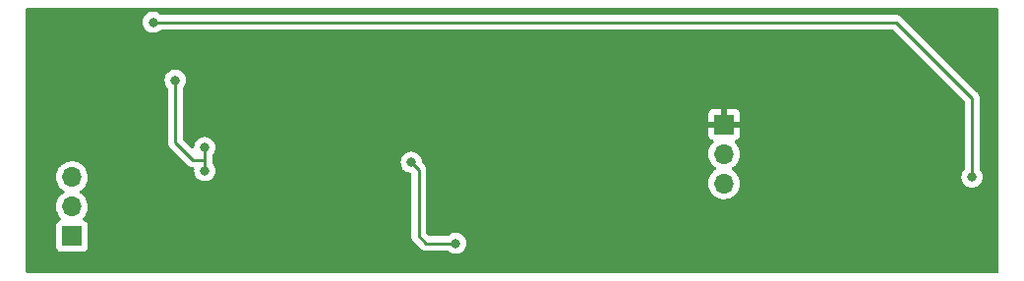
<source format=gbl>
%TF.GenerationSoftware,KiCad,Pcbnew,(6.0.1)*%
%TF.CreationDate,2022-02-18T16:05:49+00:00*%
%TF.ProjectId,Microphone Booster,4d696372-6f70-4686-9f6e-6520426f6f73,rev?*%
%TF.SameCoordinates,Original*%
%TF.FileFunction,Copper,L2,Bot*%
%TF.FilePolarity,Positive*%
%FSLAX46Y46*%
G04 Gerber Fmt 4.6, Leading zero omitted, Abs format (unit mm)*
G04 Created by KiCad (PCBNEW (6.0.1)) date 2022-02-18 16:05:49*
%MOMM*%
%LPD*%
G01*
G04 APERTURE LIST*
%TA.AperFunction,ComponentPad*%
%ADD10R,1.700000X1.700000*%
%TD*%
%TA.AperFunction,ComponentPad*%
%ADD11O,1.700000X1.700000*%
%TD*%
%TA.AperFunction,ViaPad*%
%ADD12C,0.800000*%
%TD*%
%TA.AperFunction,Conductor*%
%ADD13C,0.250000*%
%TD*%
G04 APERTURE END LIST*
D10*
%TO.P,J2,1,Pin_1*%
%TO.N,XLR OUT GND*%
X113440000Y-74200000D03*
D11*
%TO.P,J2,2,Pin_2*%
%TO.N,XLR OUT HOT*%
X113440000Y-76740000D03*
%TO.P,J2,3,Pin_3*%
%TO.N,XLR OUT COLD*%
X113440000Y-79280000D03*
%TD*%
%TO.P,J1,3,Pin_3*%
%TO.N,XLR IN COLD*%
X57310000Y-78740000D03*
%TO.P,J1,2,Pin_2*%
%TO.N,XLR IN HOT*%
X57310000Y-81280000D03*
D10*
%TO.P,J1,1,Pin_1*%
%TO.N,XLR IN GND*%
X57310000Y-83820000D03*
%TD*%
D12*
%TO.N,XLR OUT GND*%
X111760000Y-69215000D03*
X61120000Y-83185000D03*
X66835000Y-81915000D03*
X65565000Y-76835000D03*
X87155000Y-66675000D03*
X75090000Y-68580000D03*
%TO.N,+15V*%
X66200000Y-70395000D03*
X64295000Y-65405000D03*
X134780000Y-78740000D03*
%TO.N,XLR OUT GND*%
X99220000Y-81915000D03*
X97950000Y-74930000D03*
%TO.N,+15V*%
X68740000Y-78194500D03*
X68740000Y-76200000D03*
%TO.N,XLR OUT GND*%
X130970000Y-74295000D03*
%TO.N,Net-(C5-Pad2)*%
X86520000Y-77470000D03*
X90330000Y-84455000D03*
%TO.N,XLR OUT GND*%
X128045000Y-73295000D03*
%TD*%
D13*
%TO.N,+15V*%
X66200000Y-75725000D02*
X67724000Y-77249000D01*
X67724000Y-77249000D02*
X68740000Y-77249000D01*
X66200000Y-70395000D02*
X66200000Y-75725000D01*
X68740000Y-77249000D02*
X68740000Y-76200000D01*
X68740000Y-78194500D02*
X68740000Y-77249000D01*
X128270000Y-65405000D02*
X64295000Y-65405000D01*
X134780000Y-71915000D02*
X128270000Y-65405000D01*
X134780000Y-78740000D02*
X134780000Y-71915000D01*
%TO.N,Net-(C5-Pad2)*%
X87790000Y-84455000D02*
X90330000Y-84455000D01*
X87155000Y-83820000D02*
X87790000Y-84455000D01*
X87155000Y-78105000D02*
X87155000Y-83820000D01*
X86520000Y-77470000D02*
X87155000Y-78105000D01*
%TD*%
%TA.AperFunction,Conductor*%
%TO.N,XLR OUT GND*%
G36*
X136975121Y-64155002D02*
G01*
X137021614Y-64208658D01*
X137033000Y-64261000D01*
X137033000Y-86869000D01*
X137012998Y-86937121D01*
X136959342Y-86983614D01*
X136907000Y-86995000D01*
X53466000Y-86995000D01*
X53397879Y-86974998D01*
X53351386Y-86921342D01*
X53340000Y-86869000D01*
X53340000Y-81246695D01*
X55947251Y-81246695D01*
X55947548Y-81251848D01*
X55947548Y-81251851D01*
X55953011Y-81346590D01*
X55960110Y-81469715D01*
X55961247Y-81474761D01*
X55961248Y-81474767D01*
X55981119Y-81562939D01*
X56009222Y-81687639D01*
X56093266Y-81894616D01*
X56209987Y-82085088D01*
X56356250Y-82253938D01*
X56360230Y-82257242D01*
X56364981Y-82261187D01*
X56404616Y-82320090D01*
X56406113Y-82391071D01*
X56368997Y-82451593D01*
X56328724Y-82476112D01*
X56213295Y-82519385D01*
X56096739Y-82606739D01*
X56009385Y-82723295D01*
X55958255Y-82859684D01*
X55951500Y-82921866D01*
X55951500Y-84718134D01*
X55958255Y-84780316D01*
X56009385Y-84916705D01*
X56096739Y-85033261D01*
X56213295Y-85120615D01*
X56349684Y-85171745D01*
X56411866Y-85178500D01*
X58208134Y-85178500D01*
X58270316Y-85171745D01*
X58406705Y-85120615D01*
X58523261Y-85033261D01*
X58610615Y-84916705D01*
X58661745Y-84780316D01*
X58668500Y-84718134D01*
X58668500Y-82921866D01*
X58661745Y-82859684D01*
X58610615Y-82723295D01*
X58523261Y-82606739D01*
X58406705Y-82519385D01*
X58394132Y-82514672D01*
X58288203Y-82474960D01*
X58231439Y-82432318D01*
X58206739Y-82365756D01*
X58221947Y-82296408D01*
X58243493Y-82267727D01*
X58344435Y-82167137D01*
X58348096Y-82163489D01*
X58407594Y-82080689D01*
X58475435Y-81986277D01*
X58478453Y-81982077D01*
X58577430Y-81781811D01*
X58642370Y-81568069D01*
X58671529Y-81346590D01*
X58673156Y-81280000D01*
X58654852Y-81057361D01*
X58600431Y-80840702D01*
X58511354Y-80635840D01*
X58453813Y-80546895D01*
X58392822Y-80452617D01*
X58392820Y-80452614D01*
X58390014Y-80448277D01*
X58239670Y-80283051D01*
X58235619Y-80279852D01*
X58235615Y-80279848D01*
X58068414Y-80147800D01*
X58068410Y-80147798D01*
X58064359Y-80144598D01*
X58023053Y-80121796D01*
X57973084Y-80071364D01*
X57958312Y-80001921D01*
X57983428Y-79935516D01*
X58010780Y-79908909D01*
X58054603Y-79877650D01*
X58189860Y-79781173D01*
X58348096Y-79623489D01*
X58357670Y-79610166D01*
X58475435Y-79446277D01*
X58478453Y-79442077D01*
X58488006Y-79422749D01*
X58575136Y-79246453D01*
X58575137Y-79246451D01*
X58577430Y-79241811D01*
X58642370Y-79028069D01*
X58671529Y-78806590D01*
X58673156Y-78740000D01*
X58654852Y-78517361D01*
X58600431Y-78300702D01*
X58511354Y-78095840D01*
X58450595Y-78001921D01*
X58392822Y-77912617D01*
X58392820Y-77912614D01*
X58390014Y-77908277D01*
X58239670Y-77743051D01*
X58235619Y-77739852D01*
X58235615Y-77739848D01*
X58068414Y-77607800D01*
X58068410Y-77607798D01*
X58064359Y-77604598D01*
X57868789Y-77496638D01*
X57863920Y-77494914D01*
X57863916Y-77494912D01*
X57663087Y-77423795D01*
X57663083Y-77423794D01*
X57658212Y-77422069D01*
X57653119Y-77421162D01*
X57653116Y-77421161D01*
X57443373Y-77383800D01*
X57443367Y-77383799D01*
X57438284Y-77382894D01*
X57364452Y-77381992D01*
X57220081Y-77380228D01*
X57220079Y-77380228D01*
X57214911Y-77380165D01*
X56994091Y-77413955D01*
X56781756Y-77483357D01*
X56583607Y-77586507D01*
X56579474Y-77589610D01*
X56579471Y-77589612D01*
X56409100Y-77717530D01*
X56404965Y-77720635D01*
X56344249Y-77784171D01*
X56262204Y-77870026D01*
X56250629Y-77882138D01*
X56247715Y-77886410D01*
X56247714Y-77886411D01*
X56229838Y-77912617D01*
X56124743Y-78066680D01*
X56088873Y-78143955D01*
X56036154Y-78257530D01*
X56030688Y-78269305D01*
X55970989Y-78484570D01*
X55947251Y-78706695D01*
X55947548Y-78711848D01*
X55947548Y-78711851D01*
X55953011Y-78806590D01*
X55960110Y-78929715D01*
X55961247Y-78934761D01*
X55961248Y-78934767D01*
X55980364Y-79019588D01*
X56009222Y-79147639D01*
X56093266Y-79354616D01*
X56095965Y-79359020D01*
X56203072Y-79533803D01*
X56209987Y-79545088D01*
X56356250Y-79713938D01*
X56528126Y-79856632D01*
X56584936Y-79889829D01*
X56601445Y-79899476D01*
X56650169Y-79951114D01*
X56663240Y-80020897D01*
X56636509Y-80086669D01*
X56596055Y-80120027D01*
X56583607Y-80126507D01*
X56579474Y-80129610D01*
X56579471Y-80129612D01*
X56409100Y-80257530D01*
X56404965Y-80260635D01*
X56250629Y-80422138D01*
X56247715Y-80426410D01*
X56247714Y-80426411D01*
X56229838Y-80452617D01*
X56124743Y-80606680D01*
X56030688Y-80809305D01*
X55970989Y-81024570D01*
X55947251Y-81246695D01*
X53340000Y-81246695D01*
X53340000Y-70395000D01*
X65286496Y-70395000D01*
X65306458Y-70584928D01*
X65365473Y-70766556D01*
X65460960Y-70931944D01*
X65534137Y-71013215D01*
X65564853Y-71077221D01*
X65566500Y-71097524D01*
X65566500Y-75646233D01*
X65565973Y-75657416D01*
X65564298Y-75664909D01*
X65564547Y-75672835D01*
X65564547Y-75672836D01*
X65566438Y-75732986D01*
X65566500Y-75736945D01*
X65566500Y-75764856D01*
X65566997Y-75768790D01*
X65566997Y-75768791D01*
X65567005Y-75768856D01*
X65567938Y-75780693D01*
X65569327Y-75824889D01*
X65572186Y-75834729D01*
X65574978Y-75844339D01*
X65578987Y-75863700D01*
X65581526Y-75883797D01*
X65584445Y-75891168D01*
X65584445Y-75891170D01*
X65597804Y-75924912D01*
X65601649Y-75936142D01*
X65613982Y-75978593D01*
X65618015Y-75985412D01*
X65618017Y-75985417D01*
X65624293Y-75996028D01*
X65632988Y-76013776D01*
X65640448Y-76032617D01*
X65645110Y-76039033D01*
X65645110Y-76039034D01*
X65666436Y-76068387D01*
X65672952Y-76078307D01*
X65695458Y-76116362D01*
X65709779Y-76130683D01*
X65722619Y-76145716D01*
X65734528Y-76162107D01*
X65768605Y-76190298D01*
X65777384Y-76198288D01*
X67220343Y-77641247D01*
X67227887Y-77649537D01*
X67232000Y-77656018D01*
X67237777Y-77661443D01*
X67281667Y-77702658D01*
X67284509Y-77705413D01*
X67304230Y-77725134D01*
X67307425Y-77727612D01*
X67316447Y-77735318D01*
X67348679Y-77765586D01*
X67355628Y-77769406D01*
X67366432Y-77775346D01*
X67382956Y-77786199D01*
X67398959Y-77798613D01*
X67439543Y-77816176D01*
X67450173Y-77821383D01*
X67488940Y-77842695D01*
X67496617Y-77844666D01*
X67496622Y-77844668D01*
X67508558Y-77847732D01*
X67527266Y-77854137D01*
X67545855Y-77862181D01*
X67553680Y-77863420D01*
X67553682Y-77863421D01*
X67589519Y-77869097D01*
X67601140Y-77871504D01*
X67636289Y-77880528D01*
X67643970Y-77882500D01*
X67664231Y-77882500D01*
X67683940Y-77884051D01*
X67703943Y-77887219D01*
X67711835Y-77886473D01*
X67719758Y-77886722D01*
X67719675Y-77889358D01*
X67776798Y-77900430D01*
X67828130Y-77949477D01*
X67844255Y-78025533D01*
X67826496Y-78194500D01*
X67827186Y-78201065D01*
X67845439Y-78374729D01*
X67846458Y-78384428D01*
X67905473Y-78566056D01*
X68000960Y-78731444D01*
X68128747Y-78873366D01*
X68283248Y-78985618D01*
X68289276Y-78988302D01*
X68289278Y-78988303D01*
X68433113Y-79052342D01*
X68457712Y-79063294D01*
X68551112Y-79083147D01*
X68638056Y-79101628D01*
X68638061Y-79101628D01*
X68644513Y-79103000D01*
X68835487Y-79103000D01*
X68841939Y-79101628D01*
X68841944Y-79101628D01*
X68928888Y-79083147D01*
X69022288Y-79063294D01*
X69046887Y-79052342D01*
X69190722Y-78988303D01*
X69190724Y-78988302D01*
X69196752Y-78985618D01*
X69351253Y-78873366D01*
X69479040Y-78731444D01*
X69574527Y-78566056D01*
X69633542Y-78384428D01*
X69634562Y-78374729D01*
X69652814Y-78201065D01*
X69653504Y-78194500D01*
X69635745Y-78025533D01*
X69634232Y-78011135D01*
X69634232Y-78011133D01*
X69633542Y-78004572D01*
X69574527Y-77822944D01*
X69560480Y-77798613D01*
X69517617Y-77724373D01*
X69479040Y-77657556D01*
X69405863Y-77576285D01*
X69375147Y-77512279D01*
X69373500Y-77491976D01*
X69373500Y-77470000D01*
X85606496Y-77470000D01*
X85607186Y-77476565D01*
X85624495Y-77641247D01*
X85626458Y-77659928D01*
X85685473Y-77841556D01*
X85688776Y-77847278D01*
X85688777Y-77847279D01*
X85711121Y-77885979D01*
X85780960Y-78006944D01*
X85785378Y-78011851D01*
X85785379Y-78011852D01*
X85857087Y-78091492D01*
X85908747Y-78148866D01*
X86063248Y-78261118D01*
X86069276Y-78263802D01*
X86069278Y-78263803D01*
X86163426Y-78305720D01*
X86237712Y-78338794D01*
X86421698Y-78377902D01*
X86484170Y-78411629D01*
X86518492Y-78473779D01*
X86521500Y-78501148D01*
X86521500Y-83741233D01*
X86520973Y-83752416D01*
X86519298Y-83759909D01*
X86519547Y-83767832D01*
X86519547Y-83767833D01*
X86521438Y-83827986D01*
X86521500Y-83831945D01*
X86521500Y-83859856D01*
X86521997Y-83863790D01*
X86521997Y-83863791D01*
X86522005Y-83863856D01*
X86522938Y-83875693D01*
X86524327Y-83919889D01*
X86529978Y-83939339D01*
X86533987Y-83958700D01*
X86536526Y-83978797D01*
X86539445Y-83986168D01*
X86539445Y-83986170D01*
X86552804Y-84019912D01*
X86556649Y-84031142D01*
X86568982Y-84073593D01*
X86573015Y-84080412D01*
X86573017Y-84080417D01*
X86579293Y-84091028D01*
X86587988Y-84108776D01*
X86595448Y-84127617D01*
X86600110Y-84134033D01*
X86600110Y-84134034D01*
X86621436Y-84163387D01*
X86627952Y-84173307D01*
X86650458Y-84211362D01*
X86664779Y-84225683D01*
X86677619Y-84240716D01*
X86689528Y-84257107D01*
X86723605Y-84285298D01*
X86732384Y-84293288D01*
X87286343Y-84847247D01*
X87293887Y-84855537D01*
X87298000Y-84862018D01*
X87303777Y-84867443D01*
X87347667Y-84908658D01*
X87350509Y-84911413D01*
X87370231Y-84931135D01*
X87373355Y-84933558D01*
X87373359Y-84933562D01*
X87373424Y-84933612D01*
X87382445Y-84941317D01*
X87414679Y-84971586D01*
X87421627Y-84975405D01*
X87421629Y-84975407D01*
X87432432Y-84981346D01*
X87448959Y-84992202D01*
X87458698Y-84999757D01*
X87458700Y-84999758D01*
X87464960Y-85004614D01*
X87505540Y-85022174D01*
X87516188Y-85027391D01*
X87536654Y-85038642D01*
X87554940Y-85048695D01*
X87562616Y-85050666D01*
X87562619Y-85050667D01*
X87574562Y-85053733D01*
X87593267Y-85060137D01*
X87611855Y-85068181D01*
X87619678Y-85069420D01*
X87619688Y-85069423D01*
X87655524Y-85075099D01*
X87667144Y-85077505D01*
X87702289Y-85086528D01*
X87709970Y-85088500D01*
X87730224Y-85088500D01*
X87749934Y-85090051D01*
X87769943Y-85093220D01*
X87777835Y-85092474D01*
X87813961Y-85089059D01*
X87825819Y-85088500D01*
X89621800Y-85088500D01*
X89689921Y-85108502D01*
X89709147Y-85124843D01*
X89709420Y-85124540D01*
X89714332Y-85128963D01*
X89718747Y-85133866D01*
X89873248Y-85246118D01*
X89879276Y-85248802D01*
X89879278Y-85248803D01*
X90041681Y-85321109D01*
X90047712Y-85323794D01*
X90141112Y-85343647D01*
X90228056Y-85362128D01*
X90228061Y-85362128D01*
X90234513Y-85363500D01*
X90425487Y-85363500D01*
X90431939Y-85362128D01*
X90431944Y-85362128D01*
X90518888Y-85343647D01*
X90612288Y-85323794D01*
X90618319Y-85321109D01*
X90780722Y-85248803D01*
X90780724Y-85248802D01*
X90786752Y-85246118D01*
X90941253Y-85133866D01*
X90977851Y-85093220D01*
X91064621Y-84996852D01*
X91064622Y-84996851D01*
X91069040Y-84991944D01*
X91144053Y-84862018D01*
X91161223Y-84832279D01*
X91161224Y-84832278D01*
X91164527Y-84826556D01*
X91223542Y-84644928D01*
X91243504Y-84455000D01*
X91223542Y-84265072D01*
X91164527Y-84083444D01*
X91069040Y-83918056D01*
X90991506Y-83831945D01*
X90945675Y-83781045D01*
X90945674Y-83781044D01*
X90941253Y-83776134D01*
X90786752Y-83663882D01*
X90780724Y-83661198D01*
X90780722Y-83661197D01*
X90618319Y-83588891D01*
X90618318Y-83588891D01*
X90612288Y-83586206D01*
X90518888Y-83566353D01*
X90431944Y-83547872D01*
X90431939Y-83547872D01*
X90425487Y-83546500D01*
X90234513Y-83546500D01*
X90228061Y-83547872D01*
X90228056Y-83547872D01*
X90141112Y-83566353D01*
X90047712Y-83586206D01*
X90041682Y-83588891D01*
X90041681Y-83588891D01*
X89879278Y-83661197D01*
X89879276Y-83661198D01*
X89873248Y-83663882D01*
X89718747Y-83776134D01*
X89714332Y-83781037D01*
X89709420Y-83785460D01*
X89708295Y-83784211D01*
X89654986Y-83817051D01*
X89621800Y-83821500D01*
X88104595Y-83821500D01*
X88036474Y-83801498D01*
X88015499Y-83784595D01*
X87825404Y-83594499D01*
X87791379Y-83532187D01*
X87788500Y-83505404D01*
X87788500Y-79246695D01*
X112077251Y-79246695D01*
X112077548Y-79251848D01*
X112077548Y-79251851D01*
X112083727Y-79359020D01*
X112090110Y-79469715D01*
X112091247Y-79474761D01*
X112091248Y-79474767D01*
X112111119Y-79562939D01*
X112139222Y-79687639D01*
X112223266Y-79894616D01*
X112339987Y-80085088D01*
X112486250Y-80253938D01*
X112658126Y-80396632D01*
X112851000Y-80509338D01*
X113059692Y-80589030D01*
X113064760Y-80590061D01*
X113064763Y-80590062D01*
X113172017Y-80611883D01*
X113278597Y-80633567D01*
X113283772Y-80633757D01*
X113283774Y-80633757D01*
X113496673Y-80641564D01*
X113496677Y-80641564D01*
X113501837Y-80641753D01*
X113506957Y-80641097D01*
X113506959Y-80641097D01*
X113718288Y-80614025D01*
X113718289Y-80614025D01*
X113723416Y-80613368D01*
X113759971Y-80602401D01*
X113932429Y-80550661D01*
X113932434Y-80550659D01*
X113937384Y-80549174D01*
X114137994Y-80450896D01*
X114319860Y-80321173D01*
X114358116Y-80283051D01*
X114474435Y-80167137D01*
X114478096Y-80163489D01*
X114491671Y-80144598D01*
X114605435Y-79986277D01*
X114608453Y-79982077D01*
X114669162Y-79859242D01*
X114705136Y-79786453D01*
X114705137Y-79786451D01*
X114707430Y-79781811D01*
X114772370Y-79568069D01*
X114801529Y-79346590D01*
X114803156Y-79280000D01*
X114784852Y-79057361D01*
X114730431Y-78840702D01*
X114641354Y-78635840D01*
X114568045Y-78522522D01*
X114522822Y-78452617D01*
X114522820Y-78452614D01*
X114520014Y-78448277D01*
X114369670Y-78283051D01*
X114365619Y-78279852D01*
X114365615Y-78279848D01*
X114198414Y-78147800D01*
X114198410Y-78147798D01*
X114194359Y-78144598D01*
X114153053Y-78121796D01*
X114103084Y-78071364D01*
X114088312Y-78001921D01*
X114113428Y-77935516D01*
X114140780Y-77908909D01*
X114206290Y-77862181D01*
X114319860Y-77781173D01*
X114325708Y-77775346D01*
X114427100Y-77674307D01*
X114478096Y-77623489D01*
X114491671Y-77604598D01*
X114605435Y-77446277D01*
X114608453Y-77442077D01*
X114617489Y-77423795D01*
X114705136Y-77246453D01*
X114705137Y-77246451D01*
X114707430Y-77241811D01*
X114772370Y-77028069D01*
X114801529Y-76806590D01*
X114803156Y-76740000D01*
X114784852Y-76517361D01*
X114730431Y-76300702D01*
X114641354Y-76095840D01*
X114569918Y-75985417D01*
X114522822Y-75912617D01*
X114522820Y-75912614D01*
X114520014Y-75908277D01*
X114516540Y-75904459D01*
X114516533Y-75904450D01*
X114372435Y-75746088D01*
X114341383Y-75682242D01*
X114349779Y-75611744D01*
X114394956Y-75556976D01*
X114421400Y-75543307D01*
X114528052Y-75503325D01*
X114543649Y-75494786D01*
X114645724Y-75418285D01*
X114658285Y-75405724D01*
X114734786Y-75303649D01*
X114743324Y-75288054D01*
X114788478Y-75167606D01*
X114792105Y-75152351D01*
X114797631Y-75101486D01*
X114798000Y-75094672D01*
X114798000Y-74472115D01*
X114793525Y-74456876D01*
X114792135Y-74455671D01*
X114784452Y-74454000D01*
X112100116Y-74454000D01*
X112084877Y-74458475D01*
X112083672Y-74459865D01*
X112082001Y-74467548D01*
X112082001Y-75094669D01*
X112082371Y-75101490D01*
X112087895Y-75152352D01*
X112091521Y-75167604D01*
X112136676Y-75288054D01*
X112145214Y-75303649D01*
X112221715Y-75405724D01*
X112234276Y-75418285D01*
X112336351Y-75494786D01*
X112351946Y-75503324D01*
X112460827Y-75544142D01*
X112517591Y-75586784D01*
X112542291Y-75653345D01*
X112527083Y-75722694D01*
X112507691Y-75749175D01*
X112384200Y-75878401D01*
X112380629Y-75882138D01*
X112377715Y-75886410D01*
X112377714Y-75886411D01*
X112347686Y-75930431D01*
X112254743Y-76066680D01*
X112229077Y-76121973D01*
X112172207Y-76244490D01*
X112160688Y-76269305D01*
X112100989Y-76484570D01*
X112077251Y-76706695D01*
X112077548Y-76711848D01*
X112077548Y-76711851D01*
X112083011Y-76806590D01*
X112090110Y-76929715D01*
X112091247Y-76934761D01*
X112091248Y-76934767D01*
X112111119Y-77022939D01*
X112139222Y-77147639D01*
X112223266Y-77354616D01*
X112238961Y-77380228D01*
X112337079Y-77540342D01*
X112339987Y-77545088D01*
X112486250Y-77713938D01*
X112658126Y-77856632D01*
X112702394Y-77882500D01*
X112731445Y-77899476D01*
X112780169Y-77951114D01*
X112793240Y-78020897D01*
X112766509Y-78086669D01*
X112726055Y-78120027D01*
X112713607Y-78126507D01*
X112709474Y-78129610D01*
X112709471Y-78129612D01*
X112539100Y-78257530D01*
X112534965Y-78260635D01*
X112526680Y-78269305D01*
X112390672Y-78411629D01*
X112380629Y-78422138D01*
X112377715Y-78426410D01*
X112377714Y-78426411D01*
X112326732Y-78501148D01*
X112254743Y-78606680D01*
X112239003Y-78640590D01*
X112194552Y-78736352D01*
X112160688Y-78809305D01*
X112100989Y-79024570D01*
X112077251Y-79246695D01*
X87788500Y-79246695D01*
X87788500Y-78183768D01*
X87789027Y-78172585D01*
X87790702Y-78165092D01*
X87788562Y-78097001D01*
X87788500Y-78093044D01*
X87788500Y-78065144D01*
X87787996Y-78061153D01*
X87787063Y-78049311D01*
X87786248Y-78023357D01*
X87785674Y-78005111D01*
X87780021Y-77985652D01*
X87776012Y-77966293D01*
X87775846Y-77964983D01*
X87773474Y-77946203D01*
X87770558Y-77938837D01*
X87770556Y-77938831D01*
X87757200Y-77905098D01*
X87753355Y-77893868D01*
X87743230Y-77859017D01*
X87743230Y-77859016D01*
X87741019Y-77851407D01*
X87735193Y-77841556D01*
X87730705Y-77833966D01*
X87722008Y-77816213D01*
X87717472Y-77804758D01*
X87714552Y-77797383D01*
X87688563Y-77761612D01*
X87682047Y-77751692D01*
X87676937Y-77743051D01*
X87659542Y-77713638D01*
X87645221Y-77699317D01*
X87632380Y-77684283D01*
X87625132Y-77674307D01*
X87620472Y-77667893D01*
X87586401Y-77639707D01*
X87577622Y-77631718D01*
X87467122Y-77521218D01*
X87433096Y-77458906D01*
X87430907Y-77445293D01*
X87430082Y-77437438D01*
X87413542Y-77280072D01*
X87354527Y-77098444D01*
X87259040Y-76933056D01*
X87251379Y-76924547D01*
X87135675Y-76796045D01*
X87135674Y-76796044D01*
X87131253Y-76791134D01*
X86976752Y-76678882D01*
X86970724Y-76676198D01*
X86970722Y-76676197D01*
X86808319Y-76603891D01*
X86808318Y-76603891D01*
X86802288Y-76601206D01*
X86689721Y-76577279D01*
X86621944Y-76562872D01*
X86621939Y-76562872D01*
X86615487Y-76561500D01*
X86424513Y-76561500D01*
X86418061Y-76562872D01*
X86418056Y-76562872D01*
X86350279Y-76577279D01*
X86237712Y-76601206D01*
X86231682Y-76603891D01*
X86231681Y-76603891D01*
X86069278Y-76676197D01*
X86069276Y-76676198D01*
X86063248Y-76678882D01*
X85908747Y-76791134D01*
X85904326Y-76796044D01*
X85904325Y-76796045D01*
X85788622Y-76924547D01*
X85780960Y-76933056D01*
X85685473Y-77098444D01*
X85626458Y-77280072D01*
X85606496Y-77470000D01*
X69373500Y-77470000D01*
X69373500Y-77320793D01*
X69375732Y-77297184D01*
X69375790Y-77296881D01*
X69375790Y-77296877D01*
X69377275Y-77289094D01*
X69373749Y-77233049D01*
X69373500Y-77225138D01*
X69373500Y-76902524D01*
X69393502Y-76834403D01*
X69405858Y-76818221D01*
X69479040Y-76736944D01*
X69574527Y-76571556D01*
X69633542Y-76389928D01*
X69653504Y-76200000D01*
X69643056Y-76100590D01*
X69634232Y-76016635D01*
X69634232Y-76016633D01*
X69633542Y-76010072D01*
X69574527Y-75828444D01*
X69567903Y-75816970D01*
X69482341Y-75668774D01*
X69479040Y-75663056D01*
X69410365Y-75586784D01*
X69355675Y-75526045D01*
X69355674Y-75526044D01*
X69351253Y-75521134D01*
X69209694Y-75418285D01*
X69202094Y-75412763D01*
X69202093Y-75412762D01*
X69196752Y-75408882D01*
X69190724Y-75406198D01*
X69190722Y-75406197D01*
X69028319Y-75333891D01*
X69028318Y-75333891D01*
X69022288Y-75331206D01*
X68928887Y-75311353D01*
X68841944Y-75292872D01*
X68841939Y-75292872D01*
X68835487Y-75291500D01*
X68644513Y-75291500D01*
X68638061Y-75292872D01*
X68638056Y-75292872D01*
X68551113Y-75311353D01*
X68457712Y-75331206D01*
X68451682Y-75333891D01*
X68451681Y-75333891D01*
X68289278Y-75406197D01*
X68289276Y-75406198D01*
X68283248Y-75408882D01*
X68277907Y-75412762D01*
X68277906Y-75412763D01*
X68270306Y-75418285D01*
X68128747Y-75521134D01*
X68124326Y-75526044D01*
X68124325Y-75526045D01*
X68069636Y-75586784D01*
X68000960Y-75663056D01*
X67997659Y-75668774D01*
X67912098Y-75816970D01*
X67905473Y-75828444D01*
X67846458Y-76010072D01*
X67845768Y-76016633D01*
X67845768Y-76016635D01*
X67829800Y-76168565D01*
X67802787Y-76234222D01*
X67744565Y-76274852D01*
X67673620Y-76277555D01*
X67615395Y-76244490D01*
X66870405Y-75499500D01*
X66836379Y-75437188D01*
X66833500Y-75410405D01*
X66833500Y-73927885D01*
X112082000Y-73927885D01*
X112086475Y-73943124D01*
X112087865Y-73944329D01*
X112095548Y-73946000D01*
X113167885Y-73946000D01*
X113183124Y-73941525D01*
X113184329Y-73940135D01*
X113186000Y-73932452D01*
X113186000Y-73927885D01*
X113694000Y-73927885D01*
X113698475Y-73943124D01*
X113699865Y-73944329D01*
X113707548Y-73946000D01*
X114779884Y-73946000D01*
X114795123Y-73941525D01*
X114796328Y-73940135D01*
X114797999Y-73932452D01*
X114797999Y-73305331D01*
X114797629Y-73298510D01*
X114792105Y-73247648D01*
X114788479Y-73232396D01*
X114743324Y-73111946D01*
X114734786Y-73096351D01*
X114658285Y-72994276D01*
X114645724Y-72981715D01*
X114543649Y-72905214D01*
X114528054Y-72896676D01*
X114407606Y-72851522D01*
X114392351Y-72847895D01*
X114341486Y-72842369D01*
X114334672Y-72842000D01*
X113712115Y-72842000D01*
X113696876Y-72846475D01*
X113695671Y-72847865D01*
X113694000Y-72855548D01*
X113694000Y-73927885D01*
X113186000Y-73927885D01*
X113186000Y-72860116D01*
X113181525Y-72844877D01*
X113180135Y-72843672D01*
X113172452Y-72842001D01*
X112545331Y-72842001D01*
X112538510Y-72842371D01*
X112487648Y-72847895D01*
X112472396Y-72851521D01*
X112351946Y-72896676D01*
X112336351Y-72905214D01*
X112234276Y-72981715D01*
X112221715Y-72994276D01*
X112145214Y-73096351D01*
X112136676Y-73111946D01*
X112091522Y-73232394D01*
X112087895Y-73247649D01*
X112082369Y-73298514D01*
X112082000Y-73305328D01*
X112082000Y-73927885D01*
X66833500Y-73927885D01*
X66833500Y-71097524D01*
X66853502Y-71029403D01*
X66865858Y-71013221D01*
X66939040Y-70931944D01*
X67034527Y-70766556D01*
X67093542Y-70584928D01*
X67113504Y-70395000D01*
X67093542Y-70205072D01*
X67034527Y-70023444D01*
X66939040Y-69858056D01*
X66811253Y-69716134D01*
X66656752Y-69603882D01*
X66650724Y-69601198D01*
X66650722Y-69601197D01*
X66488319Y-69528891D01*
X66488318Y-69528891D01*
X66482288Y-69526206D01*
X66388887Y-69506353D01*
X66301944Y-69487872D01*
X66301939Y-69487872D01*
X66295487Y-69486500D01*
X66104513Y-69486500D01*
X66098061Y-69487872D01*
X66098056Y-69487872D01*
X66011113Y-69506353D01*
X65917712Y-69526206D01*
X65911682Y-69528891D01*
X65911681Y-69528891D01*
X65749278Y-69601197D01*
X65749276Y-69601198D01*
X65743248Y-69603882D01*
X65588747Y-69716134D01*
X65460960Y-69858056D01*
X65365473Y-70023444D01*
X65306458Y-70205072D01*
X65286496Y-70395000D01*
X53340000Y-70395000D01*
X53340000Y-65405000D01*
X63381496Y-65405000D01*
X63401458Y-65594928D01*
X63460473Y-65776556D01*
X63555960Y-65941944D01*
X63683747Y-66083866D01*
X63838248Y-66196118D01*
X63844276Y-66198802D01*
X63844278Y-66198803D01*
X64006681Y-66271109D01*
X64012712Y-66273794D01*
X64106112Y-66293647D01*
X64193056Y-66312128D01*
X64193061Y-66312128D01*
X64199513Y-66313500D01*
X64390487Y-66313500D01*
X64396939Y-66312128D01*
X64396944Y-66312128D01*
X64483888Y-66293647D01*
X64577288Y-66273794D01*
X64583319Y-66271109D01*
X64745722Y-66198803D01*
X64745724Y-66198802D01*
X64751752Y-66196118D01*
X64906253Y-66083866D01*
X64910668Y-66078963D01*
X64915580Y-66074540D01*
X64916705Y-66075789D01*
X64970014Y-66042949D01*
X65003200Y-66038500D01*
X127955406Y-66038500D01*
X128023527Y-66058502D01*
X128044501Y-66075405D01*
X134109595Y-72140499D01*
X134143621Y-72202811D01*
X134146500Y-72229594D01*
X134146500Y-78037476D01*
X134126498Y-78105597D01*
X134114142Y-78121779D01*
X134040960Y-78203056D01*
X133945473Y-78368444D01*
X133886458Y-78550072D01*
X133885768Y-78556633D01*
X133885768Y-78556635D01*
X133876944Y-78640590D01*
X133866496Y-78740000D01*
X133867186Y-78746565D01*
X133873844Y-78809908D01*
X133886458Y-78929928D01*
X133945473Y-79111556D01*
X133948776Y-79117278D01*
X133948777Y-79117279D01*
X133969069Y-79152425D01*
X134040960Y-79276944D01*
X134168747Y-79418866D01*
X134323248Y-79531118D01*
X134329276Y-79533802D01*
X134329278Y-79533803D01*
X134491681Y-79606109D01*
X134497712Y-79608794D01*
X134584009Y-79627137D01*
X134678056Y-79647128D01*
X134678061Y-79647128D01*
X134684513Y-79648500D01*
X134875487Y-79648500D01*
X134881939Y-79647128D01*
X134881944Y-79647128D01*
X134975991Y-79627137D01*
X135062288Y-79608794D01*
X135068319Y-79606109D01*
X135230722Y-79533803D01*
X135230724Y-79533802D01*
X135236752Y-79531118D01*
X135391253Y-79418866D01*
X135519040Y-79276944D01*
X135590931Y-79152425D01*
X135611223Y-79117279D01*
X135611224Y-79117278D01*
X135614527Y-79111556D01*
X135673542Y-78929928D01*
X135686157Y-78809908D01*
X135692814Y-78746565D01*
X135693504Y-78740000D01*
X135683056Y-78640590D01*
X135674232Y-78556635D01*
X135674232Y-78556633D01*
X135673542Y-78550072D01*
X135614527Y-78368444D01*
X135519040Y-78203056D01*
X135445863Y-78121785D01*
X135415147Y-78057779D01*
X135413500Y-78037476D01*
X135413500Y-71993767D01*
X135414027Y-71982584D01*
X135415702Y-71975091D01*
X135413562Y-71907014D01*
X135413500Y-71903055D01*
X135413500Y-71875144D01*
X135412995Y-71871144D01*
X135412062Y-71859301D01*
X135410922Y-71823029D01*
X135410673Y-71815110D01*
X135405022Y-71795658D01*
X135401014Y-71776306D01*
X135399467Y-71764063D01*
X135398474Y-71756203D01*
X135395556Y-71748832D01*
X135382200Y-71715097D01*
X135378355Y-71703870D01*
X135377721Y-71701687D01*
X135366018Y-71661407D01*
X135361984Y-71654585D01*
X135361981Y-71654579D01*
X135355706Y-71643968D01*
X135347010Y-71626218D01*
X135342472Y-71614756D01*
X135342469Y-71614751D01*
X135339552Y-71607383D01*
X135313573Y-71571625D01*
X135307057Y-71561707D01*
X135288575Y-71530457D01*
X135284542Y-71523637D01*
X135270218Y-71509313D01*
X135257376Y-71494278D01*
X135245472Y-71477893D01*
X135211406Y-71449711D01*
X135202627Y-71441722D01*
X128773652Y-65012747D01*
X128766112Y-65004461D01*
X128762000Y-64997982D01*
X128712348Y-64951356D01*
X128709507Y-64948602D01*
X128689770Y-64928865D01*
X128686573Y-64926385D01*
X128677551Y-64918680D01*
X128651100Y-64893841D01*
X128645321Y-64888414D01*
X128638375Y-64884595D01*
X128638372Y-64884593D01*
X128627566Y-64878652D01*
X128611047Y-64867801D01*
X128605048Y-64863148D01*
X128595041Y-64855386D01*
X128587772Y-64852241D01*
X128587768Y-64852238D01*
X128554463Y-64837826D01*
X128543813Y-64832609D01*
X128505060Y-64811305D01*
X128485437Y-64806267D01*
X128466734Y-64799863D01*
X128455420Y-64794967D01*
X128455419Y-64794967D01*
X128448145Y-64791819D01*
X128440322Y-64790580D01*
X128440312Y-64790577D01*
X128404476Y-64784901D01*
X128392856Y-64782495D01*
X128357711Y-64773472D01*
X128357710Y-64773472D01*
X128350030Y-64771500D01*
X128329776Y-64771500D01*
X128310065Y-64769949D01*
X128297886Y-64768020D01*
X128290057Y-64766780D01*
X128282165Y-64767526D01*
X128246039Y-64770941D01*
X128234181Y-64771500D01*
X65003200Y-64771500D01*
X64935079Y-64751498D01*
X64915853Y-64735157D01*
X64915580Y-64735460D01*
X64910668Y-64731037D01*
X64906253Y-64726134D01*
X64751752Y-64613882D01*
X64745724Y-64611198D01*
X64745722Y-64611197D01*
X64583319Y-64538891D01*
X64583318Y-64538891D01*
X64577288Y-64536206D01*
X64483888Y-64516353D01*
X64396944Y-64497872D01*
X64396939Y-64497872D01*
X64390487Y-64496500D01*
X64199513Y-64496500D01*
X64193061Y-64497872D01*
X64193056Y-64497872D01*
X64106112Y-64516353D01*
X64012712Y-64536206D01*
X64006682Y-64538891D01*
X64006681Y-64538891D01*
X63844278Y-64611197D01*
X63844276Y-64611198D01*
X63838248Y-64613882D01*
X63683747Y-64726134D01*
X63679326Y-64731044D01*
X63679325Y-64731045D01*
X63570203Y-64852238D01*
X63555960Y-64868056D01*
X63460473Y-65033444D01*
X63401458Y-65215072D01*
X63381496Y-65405000D01*
X53340000Y-65405000D01*
X53340000Y-64261000D01*
X53360002Y-64192879D01*
X53413658Y-64146386D01*
X53466000Y-64135000D01*
X136907000Y-64135000D01*
X136975121Y-64155002D01*
G37*
%TD.AperFunction*%
%TD*%
M02*

</source>
